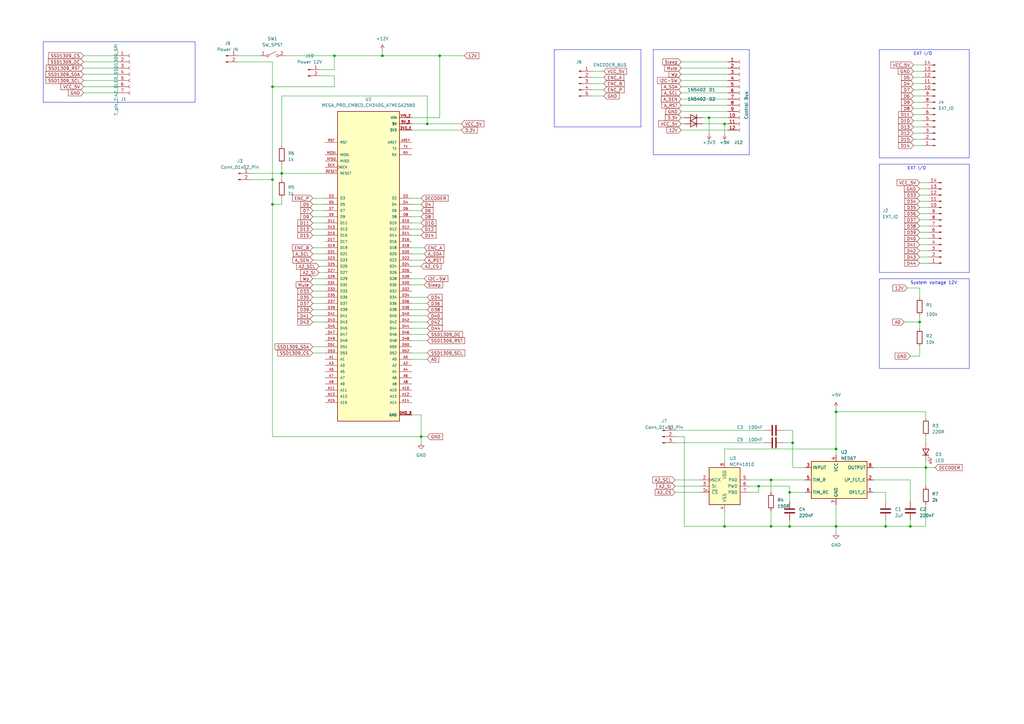
<source format=kicad_sch>
(kicad_sch (version 20230121) (generator eeschema)
  (paper "A3")
  (lib_symbols
    (symbol "+5V_1" (power) (pin_names (offset 0))
      (property "Value" "+5V_1" (at 0 3.556 0))
      (symbol "+5V_1_1_1"
        (pin power_in line (at 0 0 90) (length 0) hide (name "+5V") (number "1"))
      )
    )
    (symbol "Connector:Conn_01x02_Male" (pin_names (offset 1.016) hide)
      (property "Reference" "J" (at 0 2.54 0))
      (property "Value" "Conn_01x02_Male" (at 0 -5.08 0))
      (symbol "Conn_01x02_Male_1_1"
        (pin passive line (at 5.08 0 180) (length 3.81) (name "Pin_1") (number "1"))
        (pin passive line (at 5.08 -2.54 180) (length 3.81) (name "Pin_2") (number "2"))
      )
    )
    (symbol "Connector:Conn_01x02_Pin" (pin_names (offset 1.016) hide)
      (property "Reference" "J" (at 0 2.54 0))
      (property "Value" "Conn_01x02_Pin" (at 0 -5.08 0))
      (symbol "Conn_01x02_Pin_1_1"
        (pin passive line (at 5.08 0 180) (length 3.81) (name "Pin_1") (number "1"))
        (pin passive line (at 5.08 -2.54 180) (length 3.81) (name "Pin_2") (number "2"))
      )
    )
    (symbol "Connector:Conn_01x03_Pin" (pin_names (offset 1.016) hide)
      (property "Reference" "J" (at 0 5.08 0))
      (property "Value" "Conn_01x03_Pin" (at 0 -5.08 0))
      (symbol "Conn_01x03_Pin_1_1"
        (pin passive line (at 5.08 2.54 180) (length 3.81) (name "Pin_1") (number "1"))
        (pin passive line (at 5.08 0 180) (length 3.81) (name "Pin_2") (number "2"))
        (pin passive line (at 5.08 -2.54 180) (length 3.81) (name "Pin_3") (number "3"))
      )
    )
    (symbol "Connector:Conn_01x05_Male" (pin_names (offset 1.016) hide)
      (property "Reference" "J" (at 0 7.62 0))
      (property "Value" "Conn_01x05_Male" (at 0 -7.62 0))
      (symbol "Conn_01x05_Male_1_1"
        (pin passive line (at 5.08 5.08 180) (length 3.81) (name "Pin_1") (number "1"))
        (pin passive line (at 5.08 2.54 180) (length 3.81) (name "Pin_2") (number "2"))
        (pin passive line (at 5.08 0 180) (length 3.81) (name "Pin_3") (number "3"))
        (pin passive line (at 5.08 -2.54 180) (length 3.81) (name "Pin_4") (number "4"))
        (pin passive line (at 5.08 -5.08 180) (length 3.81) (name "Pin_5") (number "5"))
      )
    )
    (symbol "Connector:Conn_01x07_Female" (pin_names (offset 1.016) hide)
      (property "Reference" "J" (at 0 10.16 0))
      (property "Value" "Conn_01x07_Female" (at 0 -10.16 0))
      (symbol "Conn_01x07_Female_1_1"
        (pin passive line (at -5.08 7.62 0) (length 3.81) (name "Pin_1") (number "1"))
        (pin passive line (at -5.08 5.08 0) (length 3.81) (name "Pin_2") (number "2"))
        (pin passive line (at -5.08 2.54 0) (length 3.81) (name "Pin_3") (number "3"))
        (pin passive line (at -5.08 0 0) (length 3.81) (name "Pin_4") (number "4"))
        (pin passive line (at -5.08 -2.54 0) (length 3.81) (name "Pin_5") (number "5"))
        (pin passive line (at -5.08 -5.08 0) (length 3.81) (name "Pin_6") (number "6"))
        (pin passive line (at -5.08 -7.62 0) (length 3.81) (name "Pin_7") (number "7"))
      )
    )
    (symbol "Connector:Conn_01x12_Female" (pin_names (offset 1.016) hide)
      (property "Reference" "J" (at 0 15.24 0))
      (property "Value" "Conn_01x12_Female" (at 0 -17.78 0))
      (symbol "Conn_01x12_Female_1_1"
        (pin passive line (at -5.08 12.7 0) (length 3.81) (name "Pin_1") (number "1"))
        (pin passive line (at -5.08 -10.16 0) (length 3.81) (name "Pin_10") (number "10"))
        (pin passive line (at -5.08 -12.7 0) (length 3.81) (name "Pin_11") (number "11"))
        (pin passive line (at -5.08 -15.24 0) (length 3.81) (name "Pin_12") (number "12"))
        (pin passive line (at -5.08 10.16 0) (length 3.81) (name "Pin_2") (number "2"))
        (pin passive line (at -5.08 7.62 0) (length 3.81) (name "Pin_3") (number "3"))
        (pin passive line (at -5.08 5.08 0) (length 3.81) (name "Pin_4") (number "4"))
        (pin passive line (at -5.08 2.54 0) (length 3.81) (name "Pin_5") (number "5"))
        (pin passive line (at -5.08 0 0) (length 3.81) (name "Pin_6") (number "6"))
        (pin passive line (at -5.08 -2.54 0) (length 3.81) (name "Pin_7") (number "7"))
        (pin passive line (at -5.08 -5.08 0) (length 3.81) (name "Pin_8") (number "8"))
        (pin passive line (at -5.08 -7.62 0) (length 3.81) (name "Pin_9") (number "9"))
      )
    )
    (symbol "Connector:Conn_01x14_Male" (pin_names (offset 1.016) hide)
      (property "Reference" "J" (at 0 17.78 0))
      (property "Value" "Conn_01x14_Male" (at 0 -20.32 0))
      (symbol "Conn_01x14_Male_1_1"
        (pin passive line (at 5.08 15.24 180) (length 3.81) (name "Pin_1") (number "1"))
        (pin passive line (at 5.08 -7.62 180) (length 3.81) (name "Pin_10") (number "10"))
        (pin passive line (at 5.08 -10.16 180) (length 3.81) (name "Pin_11") (number "11"))
        (pin passive line (at 5.08 -12.7 180) (length 3.81) (name "Pin_12") (number "12"))
        (pin passive line (at 5.08 -15.24 180) (length 3.81) (name "Pin_13") (number "13"))
        (pin passive line (at 5.08 -17.78 180) (length 3.81) (name "Pin_14") (number "14"))
        (pin passive line (at 5.08 12.7 180) (length 3.81) (name "Pin_2") (number "2"))
        (pin passive line (at 5.08 10.16 180) (length 3.81) (name "Pin_3") (number "3"))
        (pin passive line (at 5.08 7.62 180) (length 3.81) (name "Pin_4") (number "4"))
        (pin passive line (at 5.08 5.08 180) (length 3.81) (name "Pin_5") (number "5"))
        (pin passive line (at 5.08 2.54 180) (length 3.81) (name "Pin_6") (number "6"))
        (pin passive line (at 5.08 0 180) (length 3.81) (name "Pin_7") (number "7"))
        (pin passive line (at 5.08 -2.54 180) (length 3.81) (name "Pin_8") (number "8"))
        (pin passive line (at 5.08 -5.08 180) (length 3.81) (name "Pin_9") (number "9"))
      )
    )
    (symbol "Device:C" (pin_numbers hide) (pin_names (offset 0.254))
      (property "Reference" "C" (at 0.635 2.54 0))
      (property "Value" "C" (at 0.635 -2.54 0))
      (symbol "C_1_1"
        (pin passive line (at 0 3.81 270) (length 2.794) (name "~") (number "1"))
        (pin passive line (at 0 -3.81 90) (length 2.794) (name "~") (number "2"))
      )
    )
    (symbol "Device:LED" (pin_numbers hide) (pin_names (offset 1.016) hide)
      (property "Reference" "D" (at 0 2.54 0))
      (property "Value" "LED" (at 0 -2.54 0))
      (symbol "LED_1_1"
        (pin passive line (at -3.81 0 0) (length 2.54) (name "K") (number "1"))
        (pin passive line (at 3.81 0 180) (length 2.54) (name "A") (number "2"))
      )
    )
    (symbol "Device:R" (pin_numbers hide) (pin_names (offset 0))
      (property "Reference" "R" (at 2.032 0 90))
      (property "Value" "R" (at 0 0 90))
      (symbol "R_1_1"
        (pin passive line (at 0 3.81 270) (length 1.27) (name "~") (number "1"))
        (pin passive line (at 0 -3.81 90) (length 1.27) (name "~") (number "2"))
      )
    )
    (symbol "Diode:1N5402" (pin_numbers hide) (pin_names hide)
      (property "Reference" "D" (at 0 2.54 0))
      (property "Value" "1N5402" (at 0 -2.54 0))
      (symbol "1N5402_1_1"
        (pin passive line (at -3.81 0 0) (length 2.54) (name "K") (number "1"))
        (pin passive line (at 3.81 0 180) (length 2.54) (name "A") (number "2"))
      )
    )
    (symbol "MEGA2560:MEGA_PRO_EMBED_CH340G_ATMEGA2560" (pin_names (offset 1.016))
      (property "Reference" "U" (at -12.7 63.5 0))
      (property "Value" "MEGA_PRO_EMBED_CH340G_{slash}_ATMEGA2560" (at -12.7 -66.04 0))
      (symbol "MEGA_PRO_EMBED_CH340G_ATMEGA2560_0_0"
        (pin power_in line (at 17.78 55.88 180) (length 5.08) (name "3V3") (number "3V3_1"))
        (pin power_in line (at 17.78 55.88 180) (length 5.08) (name "3V3") (number "3V3_2"))
        (pin power_in line (at 17.78 58.42 180) (length 5.08) (name "5V") (number "5V_1"))
        (pin power_in line (at 17.78 58.42 180) (length 5.08) (name "5V") (number "5V_2"))
        (pin power_in line (at 17.78 58.42 180) (length 5.08) (name "5V") (number "5V_3"))
        (pin bidirectional line (at 17.78 -38.1 180) (length 5.08) (name "A0") (number "A0"))
        (pin bidirectional line (at -17.78 -38.1 0) (length 5.08) (name "A1") (number "A1"))
        (pin bidirectional line (at 17.78 -50.8 180) (length 5.08) (name "A10") (number "A10"))
        (pin bidirectional line (at -17.78 -50.8 0) (length 5.08) (name "A11") (number "A11"))
        (pin bidirectional line (at 17.78 -53.34 180) (length 5.08) (name "A12") (number "A12"))
        (pin bidirectional line (at -17.78 -53.34 0) (length 5.08) (name "A13") (number "A13"))
        (pin bidirectional line (at 17.78 -55.88 180) (length 5.08) (name "A14") (number "A14"))
        (pin bidirectional line (at -17.78 -55.88 0) (length 5.08) (name "A15") (number "A15"))
        (pin bidirectional line (at 17.78 -40.64 180) (length 5.08) (name "A2") (number "A2"))
        (pin bidirectional line (at -17.78 -40.64 0) (length 5.08) (name "A3") (number "A3"))
        (pin bidirectional line (at 17.78 -43.18 180) (length 5.08) (name "A4") (number "A4"))
        (pin bidirectional line (at -17.78 -43.18 0) (length 5.08) (name "A5") (number "A5"))
        (pin bidirectional line (at 17.78 -45.72 180) (length 5.08) (name "A6") (number "A6"))
        (pin bidirectional line (at -17.78 -45.72 0) (length 5.08) (name "A7") (number "A7"))
        (pin bidirectional line (at 17.78 -48.26 180) (length 5.08) (name "A8") (number "A8"))
        (pin bidirectional line (at -17.78 -48.26 0) (length 5.08) (name "A9") (number "A9"))
        (pin bidirectional line (at 17.78 50.8 180) (length 5.08) (name "AREF") (number "AREF"))
        (pin bidirectional line (at 17.78 17.78 180) (length 5.08) (name "D10") (number "D10"))
        (pin bidirectional line (at -17.78 17.78 0) (length 5.08) (name "D11") (number "D11"))
        (pin bidirectional line (at 17.78 15.24 180) (length 5.08) (name "D12") (number "D12"))
        (pin bidirectional line (at -17.78 15.24 0) (length 5.08) (name "D13") (number "D13"))
        (pin bidirectional line (at 17.78 12.7 180) (length 5.08) (name "D14") (number "D14"))
        (pin bidirectional line (at -17.78 12.7 0) (length 5.08) (name "D15") (number "D15"))
        (pin bidirectional line (at 17.78 10.16 180) (length 5.08) (name "D16") (number "D16"))
        (pin bidirectional line (at -17.78 10.16 0) (length 5.08) (name "D17") (number "D17"))
        (pin bidirectional line (at 17.78 7.62 180) (length 5.08) (name "D18") (number "D18"))
        (pin bidirectional line (at -17.78 7.62 0) (length 5.08) (name "D19") (number "D19"))
        (pin bidirectional line (at 17.78 27.94 180) (length 5.08) (name "D2") (number "D2"))
        (pin bidirectional line (at 17.78 5.08 180) (length 5.08) (name "D20") (number "D20"))
        (pin bidirectional line (at -17.78 5.08 0) (length 5.08) (name "D21") (number "D21"))
        (pin bidirectional line (at 17.78 2.54 180) (length 5.08) (name "D22") (number "D22"))
        (pin bidirectional line (at -17.78 2.54 0) (length 5.08) (name "D23") (number "D23"))
        (pin bidirectional line (at 17.78 0 180) (length 5.08) (name "D24") (number "D24"))
        (pin bidirectional line (at -17.78 0 0) (length 5.08) (name "D25") (number "D25"))
        (pin bidirectional line (at 17.78 -2.54 180) (length 5.08) (name "D26") (number "D26"))
        (pin bidirectional line (at -17.78 -2.54 0) (length 5.08) (name "D27") (number "D27"))
        (pin bidirectional line (at 17.78 -5.08 180) (length 5.08) (name "D28") (number "D28"))
        (pin bidirectional line (at -17.78 -5.08 0) (length 5.08) (name "D29") (number "D29"))
        (pin bidirectional line (at -17.78 27.94 0) (length 5.08) (name "D3") (number "D3"))
        (pin bidirectional line (at 17.78 -7.62 180) (length 5.08) (name "D30") (number "D30"))
        (pin bidirectional line (at -17.78 -7.62 0) (length 5.08) (name "D31") (number "D31"))
        (pin bidirectional line (at 17.78 -10.16 180) (length 5.08) (name "D32") (number "D32"))
        (pin bidirectional line (at -17.78 -10.16 0) (length 5.08) (name "D33") (number "D33"))
        (pin bidirectional line (at 17.78 -12.7 180) (length 5.08) (name "D34") (number "D34"))
        (pin bidirectional line (at -17.78 -12.7 0) (length 5.08) (name "D35") (number "D35"))
        (pin bidirectional line (at 17.78 -15.24 180) (length 5.08) (name "D36") (number "D36"))
        (pin bidirectional line (at -17.78 -15.24 0) (length 5.08) (name "D37") (number "D37"))
        (pin bidirectional line (at 17.78 -17.78 180) (length 5.08) (name "D38") (number "D38"))
        (pin bidirectional line (at -17.78 -17.78 0) (length 5.08) (name "D39") (number "D39"))
        (pin bidirectional line (at 17.78 25.4 180) (length 5.08) (name "D4") (number "D4"))
        (pin bidirectional line (at 17.78 -20.32 180) (length 5.08) (name "D40") (number "D40"))
        (pin bidirectional line (at -17.78 -20.32 0) (length 5.08) (name "D41") (number "D41"))
        (pin bidirectional line (at 17.78 -22.86 180) (length 5.08) (name "D42") (number "D42"))
        (pin bidirectional line (at -17.78 -22.86 0) (length 5.08) (name "D43") (number "D43"))
        (pin bidirectional line (at 17.78 -25.4 180) (length 5.08) (name "D44") (number "D44"))
        (pin bidirectional line (at -17.78 -25.4 0) (length 5.08) (name "D45") (number "D45"))
        (pin bidirectional line (at 17.78 -27.94 180) (length 5.08) (name "D46") (number "D46"))
        (pin bidirectional line (at -17.78 -27.94 0) (length 5.08) (name "D47") (number "D47"))
        (pin bidirectional line (at 17.78 -30.48 180) (length 5.08) (name "D48") (number "D48"))
        (pin bidirectional line (at -17.78 -30.48 0) (length 5.08) (name "D49") (number "D49"))
        (pin bidirectional line (at -17.78 25.4 0) (length 5.08) (name "D5") (number "D5"))
        (pin bidirectional line (at 17.78 -33.02 180) (length 5.08) (name "D50") (number "D50"))
        (pin bidirectional line (at -17.78 -33.02 0) (length 5.08) (name "D51") (number "D51"))
        (pin bidirectional line (at 17.78 -35.56 180) (length 5.08) (name "D52") (number "D52"))
        (pin bidirectional line (at -17.78 -35.56 0) (length 5.08) (name "D53") (number "D53"))
        (pin bidirectional line (at 17.78 22.86 180) (length 5.08) (name "D6") (number "D6"))
        (pin bidirectional line (at -17.78 22.86 0) (length 5.08) (name "D7") (number "D7"))
        (pin bidirectional line (at 17.78 20.32 180) (length 5.08) (name "D8") (number "D8"))
        (pin bidirectional line (at -17.78 20.32 0) (length 5.08) (name "D9") (number "D9"))
        (pin power_in line (at 17.78 -60.96 180) (length 5.08) (name "GND") (number "GND_1"))
        (pin power_in line (at 17.78 -60.96 180) (length 5.08) (name "GND") (number "GND_2"))
        (pin power_in line (at 17.78 -60.96 180) (length 5.08) (name "GND") (number "GND_3"))
        (pin bidirectional line (at -17.78 43.18 0) (length 5.08) (name "MISO") (number "MISO"))
        (pin bidirectional line (at -17.78 45.72 0) (length 5.08) (name "MOSI") (number "MOSI"))
        (pin input line (at -17.78 38.1 0) (length 5.08) (name "RESET") (number "RESET"))
        (pin input line (at -17.78 50.8 0) (length 5.08) (name "RST") (number "RST"))
        (pin input line (at 17.78 45.72 180) (length 5.08) (name "RX") (number "RX"))
        (pin bidirectional clock (at -17.78 40.64 0) (length 5.08) (name "SCK") (number "SCK"))
        (pin output line (at 17.78 48.26 180) (length 5.08) (name "TX") (number "TX"))
        (pin power_in line (at 17.78 60.96 180) (length 5.08) (name "VIN") (number "VIN_1"))
        (pin power_in line (at 17.78 60.96 180) (length 5.08) (name "VIN") (number "VIN_2"))
      )
    )
    (symbol "Potentiometer_Digital:MCP41010" (pin_names (offset 1.016))
      (property "Reference" "U" (at -6.35 8.89 0))
      (property "Value" "MCP41010" (at 1.27 8.89 0))
      (symbol "MCP41010_1_1"
        (pin input input_low (at -10.16 -2.54 0) (length 3.81) (name "~{CS}") (number "1"))
        (pin passive clock (at -10.16 2.54 0) (length 3.81) (name "SCK") (number "2"))
        (pin input line (at -10.16 0 0) (length 3.81) (name "SI") (number "3"))
        (pin power_in line (at 0 -10.16 90) (length 2.54) (name "VSS") (number "4"))
        (pin passive line (at 10.16 2.54 180) (length 3.81) (name "PA0") (number "5"))
        (pin passive line (at 10.16 0 180) (length 3.81) (name "PW0") (number "6"))
        (pin passive line (at 10.16 -2.54 180) (length 3.81) (name "PB0") (number "7"))
        (pin power_in line (at 0 10.16 270) (length 2.54) (name "VDD") (number "8"))
      )
    )
    (symbol "Switch:SW_SPST" (pin_names (offset 0) hide)
      (property "Reference" "SW" (at 0 3.175 0))
      (property "Value" "SW_SPST" (at 0 -2.54 0))
      (symbol "SW_SPST_1_1"
        (pin passive line (at -5.08 0 0) (length 2.54) (name "A") (number "1"))
        (pin passive line (at 5.08 0 180) (length 2.54) (name "B") (number "2"))
      )
    )
    (symbol "Timer:NE567"
      (property "Reference" "U" (at -2.54 10.795 0))
      (property "Value" "NE567" (at -2.54 8.89 0))
      (symbol "NE567_1_1"
        (pin output line (at 15.24 -5.08 180) (length 2.54) (name "OFLT_C") (number "1"))
        (pin output line (at 15.24 0 180) (length 2.54) (name "LP_FLT_C") (number "2"))
        (pin input line (at -12.7 5.08 0) (length 2.54) (name "INPUT") (number "3"))
        (pin power_in line (at 0 10.16 270) (length 2.54) (name "VCC") (number "4"))
        (pin input line (at -12.7 0 0) (length 2.54) (name "TIM_R") (number "5"))
        (pin input line (at -12.7 -5.08 0) (length 2.54) (name "TIM_RC") (number "6"))
        (pin power_in line (at 0 -10.16 90) (length 2.54) (name "GND") (number "7"))
        (pin output line (at 15.24 5.08 180) (length 2.54) (name "OUTPUT") (number "8"))
      )
    )
    (symbol "power:+12V" (power) (pin_names (offset 0))
      (property "Value" "+12V" (at 0 3.556 0))
      (symbol "+12V_1_1"
        (pin power_in line (at 0 0 90) (length 0) hide (name "+12V") (number "1"))
      )
    )
    (symbol "power:+3.3V" (power) (pin_names (offset 0))
      (property "Value" "+3.3V" (at 0 3.556 0))
      (symbol "+3.3V_1_1"
        (pin power_in line (at 0 0 90) (length 0) hide (name "+3V3") (number "1"))
      )
    )
    (symbol "power:+5V" (power) (pin_names (offset 0))
      (property "Value" "+5V" (at 0 3.556 0))
      (symbol "+5V_1_1"
        (pin power_in line (at 0 0 90) (length 0) hide (name "+5V") (number "1"))
      )
    )
    (symbol "power:GND" (power) (pin_names (offset 0))
      (property "Value" "GND" (at 0 -3.81 0))
      (symbol "GND_1_1"
        (pin power_in line (at 0 0 270) (length 0) hide (name "GND") (number "1"))
      )
    )
  )
  (junction (at 180.34 22.86))
  (junction (at 342.9 168.91))
  (junction (at 297.18 50.8))
  (junction (at 373.38 215.9))
  (junction (at 172.72 179.07))
  (junction (at 342.9 184.15))
  (junction (at 111.76 73.66))
  (junction (at 111.76 83.82))
  (junction (at 115.57 71.12))
  (junction (at 316.23 196.85))
  (junction (at 111.76 35.56))
  (junction (at 316.23 215.9))
  (junction (at 290.83 48.26))
  (junction (at 137.16 22.86))
  (junction (at 363.22 215.9))
  (junction (at 379.73 191.77))
  (junction (at 342.9 215.9))
  (junction (at 323.85 201.93))
  (junction (at 325.12 181.61))
  (junction (at 297.18 215.9))
  (junction (at 156.845 22.86))
  (junction (at 311.15 199.39))
  (junction (at 377.19 132.08))
  (junction (at 323.85 215.9))
  (junction (at 175.26 50.8))
  (wire (pts (xy 298.45 48.26) (xy 290.83 48.26)))
  (wire (pts (xy 342.9 215.9) (xy 342.9 218.44)))
  (wire (pts (xy 128.27 88.9) (xy 133.35 88.9)))
  (polyline (pts (xy 360.68 67.31) (xy 397.51 67.31)))
  (wire (pts (xy 342.9 167.64) (xy 342.9 168.91)))
  (wire (pts (xy 374.65 49.53) (xy 378.46 49.53)))
  (wire (pts (xy 168.91 50.8) (xy 175.26 50.8)))
  (polyline (pts (xy 307.34 63.5) (xy 267.97 63.5)))
  (wire (pts (xy 342.9 168.91) (xy 379.73 168.91)))
  (wire (pts (xy 330.2 196.85) (xy 316.23 196.85)))
  (polyline (pts (xy 397.51 111.76) (xy 397.51 67.31)))
  (wire (pts (xy 297.18 50.8) (xy 288.29 50.8)))
  (wire (pts (xy 381 102.87) (xy 377.19 102.87)))
  (wire (pts (xy 115.57 39.37) (xy 115.57 59.69)))
  (wire (pts (xy 379.73 207.01) (xy 379.73 215.9)))
  (polyline (pts (xy 267.97 20.32) (xy 267.97 63.5)))
  (wire (pts (xy 374.65 41.91) (xy 378.46 41.91)))
  (polyline (pts (xy 227.33 20.32) (xy 262.89 20.32)))
  (wire (pts (xy 290.83 54.61) (xy 290.83 48.26)))
  (wire (pts (xy 342.9 207.01) (xy 342.9 215.9)))
  (wire (pts (xy 34.29 22.86) (xy 48.26 22.86)))
  (wire (pts (xy 373.38 196.85) (xy 373.38 205.74)))
  (wire (pts (xy 374.65 46.99) (xy 378.46 46.99)))
  (wire (pts (xy 168.91 139.7) (xy 175.26 139.7)))
  (wire (pts (xy 381 80.01) (xy 377.19 80.01)))
  (wire (pts (xy 128.27 116.84) (xy 133.35 116.84)))
  (wire (pts (xy 325.12 176.53) (xy 325.12 181.61)))
  (polyline (pts (xy 267.97 20.32) (xy 307.34 20.32)))
  (wire (pts (xy 276.86 199.39) (xy 287.02 199.39)))
  (wire (pts (xy 172.72 179.07) (xy 175.26 179.07)))
  (wire (pts (xy 377.19 132.08) (xy 377.19 134.62)))
  (wire (pts (xy 373.38 146.05) (xy 377.19 146.05)))
  (wire (pts (xy 128.27 124.46) (xy 133.35 124.46)))
  (wire (pts (xy 374.65 44.45) (xy 378.46 44.45)))
  (polyline (pts (xy 360.68 20.32) (xy 360.68 64.77)))
  (wire (pts (xy 168.91 53.34) (xy 189.23 53.34)))
  (wire (pts (xy 363.22 215.9) (xy 363.22 213.36)))
  (wire (pts (xy 311.15 199.39) (xy 323.85 199.39)))
  (wire (pts (xy 381 90.17) (xy 377.19 90.17)))
  (wire (pts (xy 34.29 30.48) (xy 48.26 30.48)))
  (wire (pts (xy 374.65 34.29) (xy 378.46 34.29)))
  (wire (pts (xy 102.87 71.12) (xy 115.57 71.12)))
  (wire (pts (xy 242.57 39.37) (xy 247.65 39.37)))
  (wire (pts (xy 180.34 48.26) (xy 180.34 22.86)))
  (wire (pts (xy 381 100.33) (xy 377.19 100.33)))
  (wire (pts (xy 115.57 71.12) (xy 133.35 71.12)))
  (wire (pts (xy 168.91 104.14) (xy 173.99 104.14)))
  (wire (pts (xy 276.86 201.93) (xy 287.02 201.93)))
  (wire (pts (xy 298.45 40.64) (xy 279.4 40.64)))
  (wire (pts (xy 325.12 181.61) (xy 325.12 191.77)))
  (polyline (pts (xy 80.01 41.91) (xy 80.01 17.145)))
  (wire (pts (xy 379.73 179.07) (xy 379.73 181.61)))
  (wire (pts (xy 128.27 142.24) (xy 133.35 142.24)))
  (polyline (pts (xy 262.89 20.32) (xy 262.89 52.07)))
  (wire (pts (xy 358.14 196.85) (xy 373.38 196.85)))
  (wire (pts (xy 342.9 168.91) (xy 342.9 184.15)))
  (wire (pts (xy 381 92.71) (xy 377.19 92.71)))
  (wire (pts (xy 298.45 45.72) (xy 279.4 45.72)))
  (wire (pts (xy 323.85 201.93) (xy 330.2 201.93)))
  (wire (pts (xy 128.27 91.44) (xy 133.35 91.44)))
  (wire (pts (xy 115.57 81.28) (xy 115.57 83.82)))
  (wire (pts (xy 137.16 28.575) (xy 137.16 22.86)))
  (wire (pts (xy 297.18 209.55) (xy 297.18 215.9)))
  (wire (pts (xy 128.27 144.78) (xy 133.35 144.78)))
  (polyline (pts (xy 360.68 64.77) (xy 397.51 64.77)))
  (wire (pts (xy 128.27 81.28) (xy 133.35 81.28)))
  (wire (pts (xy 97.79 22.86) (xy 106.68 22.86)))
  (wire (pts (xy 168.91 124.46) (xy 175.26 124.46)))
  (wire (pts (xy 168.91 48.26) (xy 180.34 48.26)))
  (wire (pts (xy 128.27 106.68) (xy 133.35 106.68)))
  (wire (pts (xy 363.22 201.93) (xy 363.22 205.74)))
  (wire (pts (xy 111.76 73.66) (xy 111.76 35.56)))
  (wire (pts (xy 168.91 114.3) (xy 173.99 114.3)))
  (wire (pts (xy 156.845 20.955) (xy 156.845 22.86)))
  (wire (pts (xy 34.29 27.94) (xy 48.26 27.94)))
  (wire (pts (xy 379.73 191.77) (xy 379.73 189.23)))
  (wire (pts (xy 381 107.95) (xy 377.19 107.95)))
  (wire (pts (xy 381 85.09) (xy 377.19 85.09)))
  (wire (pts (xy 168.91 86.36) (xy 172.72 86.36)))
  (wire (pts (xy 379.73 168.91) (xy 379.73 171.45)))
  (wire (pts (xy 381 97.79) (xy 377.19 97.79)))
  (wire (pts (xy 131.445 31.115) (xy 137.16 31.115)))
  (wire (pts (xy 297.18 215.9) (xy 316.23 215.9)))
  (wire (pts (xy 128.27 114.3) (xy 133.35 114.3)))
  (polyline (pts (xy 17.78 17.145) (xy 17.78 41.91)))
  (wire (pts (xy 102.87 73.66) (xy 111.76 73.66)))
  (wire (pts (xy 168.91 101.6) (xy 173.99 101.6)))
  (wire (pts (xy 128.27 121.92) (xy 133.35 121.92)))
  (wire (pts (xy 128.27 127) (xy 133.35 127)))
  (wire (pts (xy 316.23 215.9) (xy 316.23 209.55)))
  (wire (pts (xy 342.9 184.15) (xy 342.9 186.69)))
  (wire (pts (xy 276.86 196.85) (xy 287.02 196.85)))
  (wire (pts (xy 316.23 196.85) (xy 316.23 201.93)))
  (wire (pts (xy 168.91 137.16) (xy 175.26 137.16)))
  (wire (pts (xy 297.18 184.15) (xy 342.9 184.15)))
  (wire (pts (xy 316.23 215.9) (xy 323.85 215.9)))
  (wire (pts (xy 290.83 48.26) (xy 288.29 48.26)))
  (wire (pts (xy 311.15 199.39) (xy 311.15 201.93)))
  (wire (pts (xy 377.19 74.93) (xy 381 74.93)))
  (wire (pts (xy 34.29 25.4) (xy 48.26 25.4)))
  (wire (pts (xy 279.4 25.4) (xy 298.45 25.4)))
  (wire (pts (xy 323.85 201.93) (xy 323.85 199.39)))
  (wire (pts (xy 128.27 93.98) (xy 133.35 93.98)))
  (wire (pts (xy 298.45 43.18) (xy 279.4 43.18)))
  (wire (pts (xy 168.91 93.98) (xy 172.72 93.98)))
  (wire (pts (xy 298.45 53.34) (xy 279.4 53.34)))
  (polyline (pts (xy 360.68 111.76) (xy 397.51 111.76)))
  (wire (pts (xy 168.91 170.18) (xy 172.72 170.18)))
  (wire (pts (xy 374.65 36.83) (xy 378.46 36.83)))
  (wire (pts (xy 168.91 116.84) (xy 173.99 116.84)))
  (wire (pts (xy 276.86 176.53) (xy 313.69 176.53)))
  (wire (pts (xy 311.15 201.93) (xy 307.34 201.93)))
  (wire (pts (xy 323.85 205.74) (xy 323.85 201.93)))
  (wire (pts (xy 342.9 215.9) (xy 363.22 215.9)))
  (wire (pts (xy 370.84 132.08) (xy 377.19 132.08)))
  (wire (pts (xy 381 105.41) (xy 377.19 105.41)))
  (polyline (pts (xy 262.89 52.07) (xy 227.33 52.07)))
  (polyline (pts (xy 227.33 20.32) (xy 227.33 52.07)))
  (wire (pts (xy 374.65 31.75) (xy 378.46 31.75)))
  (wire (pts (xy 168.91 96.52) (xy 172.72 96.52)))
  (wire (pts (xy 130.81 109.22) (xy 133.35 109.22)))
  (polyline (pts (xy 360.68 20.32) (xy 397.51 20.32)))
  (wire (pts (xy 280.67 48.26) (xy 279.4 48.26)))
  (wire (pts (xy 168.91 88.9) (xy 172.72 88.9)))
  (wire (pts (xy 321.31 181.61) (xy 325.12 181.61)))
  (wire (pts (xy 242.57 31.75) (xy 247.65 31.75)))
  (wire (pts (xy 34.29 35.56) (xy 48.26 35.56)))
  (wire (pts (xy 374.65 59.69) (xy 378.46 59.69)))
  (wire (pts (xy 298.45 30.48) (xy 279.4 30.48)))
  (wire (pts (xy 381 82.55) (xy 377.19 82.55)))
  (wire (pts (xy 175.26 50.8) (xy 175.26 39.37)))
  (wire (pts (xy 379.73 215.9) (xy 373.38 215.9)))
  (wire (pts (xy 168.91 83.82) (xy 172.72 83.82)))
  (wire (pts (xy 321.31 176.53) (xy 325.12 176.53)))
  (wire (pts (xy 137.16 22.86) (xy 156.845 22.86)))
  (wire (pts (xy 128.27 83.82) (xy 133.35 83.82)))
  (wire (pts (xy 168.91 106.68) (xy 173.99 106.68)))
  (wire (pts (xy 168.91 81.28) (xy 172.72 81.28)))
  (wire (pts (xy 379.73 191.77) (xy 383.54 191.77)))
  (wire (pts (xy 137.16 31.115) (xy 137.16 35.56)))
  (wire (pts (xy 168.91 134.62) (xy 175.26 134.62)))
  (wire (pts (xy 379.73 191.77) (xy 379.73 199.39)))
  (wire (pts (xy 280.67 179.07) (xy 280.67 215.9)))
  (wire (pts (xy 128.27 96.52) (xy 133.35 96.52)))
  (wire (pts (xy 372.11 118.11) (xy 377.19 118.11)))
  (wire (pts (xy 128.27 86.36) (xy 133.35 86.36)))
  (wire (pts (xy 168.91 129.54) (xy 175.26 129.54)))
  (wire (pts (xy 242.57 34.29) (xy 247.65 34.29)))
  (wire (pts (xy 377.19 129.54) (xy 377.19 132.08)))
  (wire (pts (xy 168.91 144.78) (xy 175.26 144.78)))
  (wire (pts (xy 297.18 54.61) (xy 297.18 50.8)))
  (wire (pts (xy 377.19 118.11) (xy 377.19 121.92)))
  (wire (pts (xy 325.12 191.77) (xy 330.2 191.77)))
  (polyline (pts (xy 17.78 41.91) (xy 80.01 41.91)))
  (polyline (pts (xy 17.78 41.91) (xy 17.78 41.91)))
  (wire (pts (xy 276.86 181.61) (xy 313.69 181.61)))
  (wire (pts (xy 374.65 52.07) (xy 378.46 52.07)))
  (wire (pts (xy 373.38 215.9) (xy 363.22 215.9)))
  (wire (pts (xy 373.38 213.36) (xy 373.38 215.9)))
  (wire (pts (xy 298.45 38.1) (xy 279.4 38.1)))
  (wire (pts (xy 111.76 25.4) (xy 111.76 35.56)))
  (wire (pts (xy 115.57 71.12) (xy 115.57 73.66)))
  (wire (pts (xy 175.26 39.37) (xy 115.57 39.37)))
  (wire (pts (xy 316.23 196.85) (xy 307.34 196.85)))
  (wire (pts (xy 276.86 179.07) (xy 280.67 179.07)))
  (polyline (pts (xy 307.34 20.32) (xy 307.34 63.5)))
  (wire (pts (xy 280.67 215.9) (xy 297.18 215.9)))
  (wire (pts (xy 374.65 39.37) (xy 378.46 39.37)))
  (wire (pts (xy 298.45 35.56) (xy 279.4 35.56)))
  (wire (pts (xy 342.9 215.9) (xy 323.85 215.9)))
  (wire (pts (xy 374.65 57.15) (xy 378.46 57.15)))
  (polyline (pts (xy 360.68 67.31) (xy 360.68 111.76)))
  (polyline (pts (xy 397.51 64.77) (xy 397.51 20.32)))
  (wire (pts (xy 156.845 22.86) (xy 180.34 22.86)))
  (wire (pts (xy 298.45 33.02) (xy 279.4 33.02)))
  (polyline (pts (xy 80.01 17.145) (xy 17.78 17.145)))
  (wire (pts (xy 172.72 170.18) (xy 172.72 179.07)))
  (wire (pts (xy 128.27 119.38) (xy 133.35 119.38)))
  (wire (pts (xy 307.34 199.39) (xy 311.15 199.39)))
  (wire (pts (xy 111.76 25.4) (xy 97.79 25.4)))
  (wire (pts (xy 358.14 191.77) (xy 379.73 191.77)))
  (wire (pts (xy 115.57 67.31) (xy 115.57 71.12)))
  (wire (pts (xy 128.27 129.54) (xy 133.35 129.54)))
  (wire (pts (xy 374.65 29.21) (xy 378.46 29.21)))
  (wire (pts (xy 377.19 77.47) (xy 381 77.47)))
  (wire (pts (xy 280.67 50.8) (xy 279.4 50.8)))
  (wire (pts (xy 111.76 179.07) (xy 172.72 179.07)))
  (wire (pts (xy 168.91 91.44) (xy 172.72 91.44)))
  (wire (pts (xy 377.19 87.63) (xy 381 87.63)))
  (wire (pts (xy 297.18 184.15) (xy 297.18 189.23)))
  (wire (pts (xy 116.84 22.86) (xy 137.16 22.86)))
  (wire (pts (xy 128.27 132.08) (xy 133.35 132.08)))
  (wire (pts (xy 323.85 215.9) (xy 323.85 213.36)))
  (wire (pts (xy 168.91 147.32) (xy 175.26 147.32)))
  (wire (pts (xy 168.91 127) (xy 175.26 127)))
  (wire (pts (xy 111.76 83.82) (xy 111.76 73.66)))
  (wire (pts (xy 130.81 111.76) (xy 133.35 111.76)))
  (wire (pts (xy 111.76 179.07) (xy 111.76 83.82)))
  (wire (pts (xy 298.45 27.94) (xy 279.4 27.94)))
  (wire (pts (xy 34.29 33.02) (xy 48.26 33.02)))
  (wire (pts (xy 180.34 22.86) (xy 190.5 22.86)))
  (wire (pts (xy 115.57 83.82) (xy 111.76 83.82)))
  (wire (pts (xy 131.445 28.575) (xy 137.16 28.575)))
  (wire (pts (xy 374.65 26.67) (xy 378.46 26.67)))
  (wire (pts (xy 242.57 36.83) (xy 247.65 36.83)))
  (wire (pts (xy 298.45 50.8) (xy 297.18 50.8)))
  (wire (pts (xy 168.91 121.92) (xy 175.26 121.92)))
  (wire (pts (xy 128.27 101.6) (xy 133.35 101.6)))
  (wire (pts (xy 377.19 142.24) (xy 377.19 146.05)))
  (wire (pts (xy 168.91 109.22) (xy 172.72 109.22)))
  (wire (pts (xy 128.27 104.14) (xy 133.35 104.14)))
  (wire (pts (xy 381 95.25) (xy 377.19 95.25)))
  (wire (pts (xy 137.16 35.56) (xy 111.76 35.56)))
  (wire (pts (xy 175.26 50.8) (xy 189.23 50.8)))
  (wire (pts (xy 34.29 38.1) (xy 48.26 38.1)))
  (wire (pts (xy 172.72 179.07) (xy 172.72 181.61)))
  (wire (pts (xy 168.91 132.08) (xy 175.26 132.08)))
  (wire (pts (xy 358.14 201.93) (xy 363.22 201.93)))
  (wire (pts (xy 374.65 54.61) (xy 378.46 54.61)))
  (wire (pts (xy 242.57 29.21) (xy 247.65 29.21)))
  (rectangle (start 360.68 114.3) (end 397.51 151.13))
  (text "System voltage 12V" (at 373.38 116.84 0) (effects (font (size 1.27 1.27)) (justify left bottom)))
  (text "EXT I/O" (at 374.65 22.86 0) (effects (font (size 1.27 1.27)) (justify left bottom)))
  (text "EXT I/O" (at 372.11 69.85 0) (effects (font (size 1.27 1.27)) (justify left bottom)))
  (global_label "D38" (shape input) (at 377.19 92.71 180) (property "Intersheetrefs" "${INTERSHEET_REFS}" (effects hide)))
  (global_label "D35" (shape input) (at 377.19 85.09 180) (property "Intersheetrefs" "${INTERSHEET_REFS}" (effects hide)))
  (global_label "12V" (shape input) (at 279.4 53.34 180) (property "Intersheetrefs" "${INTERSHEET_REFS}" (effects hide)))
  (global_label "ENC_A" (shape input) (at 247.65 31.75 0) (property "Intersheetrefs" "${INTERSHEET_REFS}" (effects hide)))
  (global_label "D33" (shape input) (at 128.27 119.38 180) (property "Intersheetrefs" "${INTERSHEET_REFS}" (effects hide)))
  (global_label "D34" (shape input) (at 175.26 121.92 0) (property "Intersheetrefs" "${INTERSHEET_REFS}" (effects hide)))
  (global_label "12V" (shape input) (at 190.5 22.86 0) (property "Intersheetrefs" "${INTERSHEET_REFS}" (effects hide)))
  (global_label "D11" (shape input) (at 128.27 91.44 180) (property "Intersheetrefs" "${INTERSHEET_REFS}" (effects hide)))
  (global_label "D8" (shape input) (at 374.65 44.45 180) (property "Intersheetrefs" "${INTERSHEET_REFS}" (effects hide)))
  (global_label "DECODER" (shape input) (at 172.72 81.28 0) (property "Intersheetrefs" "${INTERSHEET_REFS}" (effects hide)))
  (global_label "VCC_5V" (shape input) (at 247.65 29.21 0) (property "Intersheetrefs" "${INTERSHEET_REFS}" (effects hide)))
  (global_label "A2_SCL" (shape input) (at 276.86 196.85 180) (property "Intersheetrefs" "${INTERSHEET_REFS}" (effects hide)))
  (global_label "SSD1309_SCL" (shape input) (at 175.26 144.78 0) (property "Intersheetrefs" "${INTERSHEET_REFS}" (effects hide)))
  (global_label "A2_CS" (shape input) (at 276.86 201.93 180) (property "Intersheetrefs" "${INTERSHEET_REFS}" (effects hide)))
  (global_label "D41" (shape input) (at 128.27 129.54 180) (property "Intersheetrefs" "${INTERSHEET_REFS}" (effects hide)))
  (global_label "GND" (shape input) (at 247.65 39.37 0) (property "Intersheetrefs" "${INTERSHEET_REFS}" (effects hide)))
  (global_label "D35" (shape input) (at 128.27 121.92 180) (property "Intersheetrefs" "${INTERSHEET_REFS}" (effects hide)))
  (global_label "D39" (shape input) (at 128.27 127 180) (property "Intersheetrefs" "${INTERSHEET_REFS}" (effects hide)))
  (global_label "SSD1309_RST" (shape input) (at 175.26 139.7 0) (property "Intersheetrefs" "${INTERSHEET_REFS}" (effects hide)))
  (global_label "SSD1309_CS" (shape input) (at 128.27 144.78 180) (property "Intersheetrefs" "${INTERSHEET_REFS}" (effects hide)))
  (global_label "GND" (shape input) (at 377.19 77.47 180) (property "Intersheetrefs" "${INTERSHEET_REFS}" (effects hide)))
  (global_label "GND" (shape input) (at 175.26 179.07 0) (property "Intersheetrefs" "${INTERSHEET_REFS}" (effects hide)))
  (global_label "D13" (shape input) (at 128.27 93.98 180) (property "Intersheetrefs" "${INTERSHEET_REFS}" (effects hide)))
  (global_label "GND" (shape input) (at 34.29 38.1 180) (property "Intersheetrefs" "${INTERSHEET_REFS}" (effects hide)))
  (global_label "D7" (shape input) (at 128.27 86.36 180) (property "Intersheetrefs" "${INTERSHEET_REFS}" (effects hide)))
  (global_label "GND" (shape input) (at 374.65 29.21 180) (property "Intersheetrefs" "${INTERSHEET_REFS}" (effects hide)))
  (global_label "D15" (shape input) (at 374.65 57.15 180) (property "Intersheetrefs" "${INTERSHEET_REFS}" (effects hide)))
  (global_label "D4" (shape input) (at 172.72 83.82 0) (property "Intersheetrefs" "${INTERSHEET_REFS}" (effects hide)))
  (global_label "A2_CS" (shape input) (at 172.72 109.22 0) (property "Intersheetrefs" "${INTERSHEET_REFS}" (effects hide)))
  (global_label "D14" (shape input) (at 374.65 59.69 180) (property "Intersheetrefs" "${INTERSHEET_REFS}" (effects hide)))
  (global_label "Mute" (shape input) (at 279.4 27.94 180) (property "Intersheetrefs" "${INTERSHEET_REFS}" (effects hide)))
  (global_label "VCC_5V" (shape input) (at 374.65 26.67 180) (property "Intersheetrefs" "${INTERSHEET_REFS}" (effects hide)))
  (global_label "GND" (shape input) (at 373.38 146.05 180) (property "Intersheetrefs" "${INTERSHEET_REFS}" (effects hide)))
  (global_label "D14" (shape input) (at 172.72 96.52 0) (property "Intersheetrefs" "${INTERSHEET_REFS}" (effects hide)))
  (global_label "VCC_5V" (shape input) (at 377.19 74.93 180) (property "Intersheetrefs" "${INTERSHEET_REFS}" (effects hide)))
  (global_label "D40" (shape input) (at 377.19 97.79 180) (property "Intersheetrefs" "${INTERSHEET_REFS}" (effects hide)))
  (global_label "ENC_P" (shape input) (at 128.27 81.28 180) (property "Intersheetrefs" "${INTERSHEET_REFS}" (effects hide)))
  (global_label "A_SEN" (shape input) (at 279.4 40.64 180) (property "Intersheetrefs" "${INTERSHEET_REFS}" (effects hide)))
  (global_label "D6" (shape input) (at 374.65 39.37 180) (property "Intersheetrefs" "${INTERSHEET_REFS}" (effects hide)))
  (global_label "Mute" (shape input) (at 128.27 116.84 180) (property "Intersheetrefs" "${INTERSHEET_REFS}" (effects hide)))
  (global_label "SSD1309_DC" (shape input) (at 175.26 137.16 0) (property "Intersheetrefs" "${INTERSHEET_REFS}" (effects hide)))
  (global_label "VCC_5V" (shape input) (at 189.23 50.8 0) (property "Intersheetrefs" "${INTERSHEET_REFS}" (effects hide)))
  (global_label "D9" (shape input) (at 128.27 88.9 180) (property "Intersheetrefs" "${INTERSHEET_REFS}" (effects hide)))
  (global_label "A_RST" (shape input) (at 173.99 106.68 0) (property "Intersheetrefs" "${INTERSHEET_REFS}" (effects hide)))
  (global_label "A_SDA" (shape input) (at 173.99 104.14 0) (property "Intersheetrefs" "${INTERSHEET_REFS}" (effects hide)))
  (global_label "D5" (shape input) (at 374.65 31.75 180) (property "Intersheetrefs" "${INTERSHEET_REFS}" (effects hide)))
  (global_label "D38" (shape input) (at 175.26 127 0) (property "Intersheetrefs" "${INTERSHEET_REFS}" (effects hide)))
  (global_label "D12" (shape input) (at 374.65 54.61 180) (property "Intersheetrefs" "${INTERSHEET_REFS}" (effects hide)))
  (global_label "D37" (shape input) (at 377.19 90.17 180) (property "Intersheetrefs" "${INTERSHEET_REFS}" (effects hide)))
  (global_label "GND" (shape input) (at 279.4 45.72 180) (property "Intersheetrefs" "${INTERSHEET_REFS}" (effects hide)))
  (global_label "D44" (shape input) (at 175.26 134.62 0) (property "Intersheetrefs" "${INTERSHEET_REFS}" (effects hide)))
  (global_label "D37" (shape input) (at 128.27 124.46 180) (property "Intersheetrefs" "${INTERSHEET_REFS}" (effects hide)))
  (global_label "D6" (shape input) (at 172.72 86.36 0) (property "Intersheetrefs" "${INTERSHEET_REFS}" (effects hide)))
  (global_label "3.3V" (shape input) (at 279.4 48.26 180) (property "Intersheetrefs" "${INTERSHEET_REFS}" (effects hide)))
  (global_label "SSD1309_SDA" (shape input) (at 34.29 30.48 180) (property "Intersheetrefs" "${INTERSHEET_REFS}" (effects hide)))
  (global_label "VCC_5V" (shape input) (at 34.29 35.56 180) (property "Intersheetrefs" "${INTERSHEET_REFS}" (effects hide)))
  (global_label "I2C-SW" (shape input) (at 279.4 33.02 180) (property "Intersheetrefs" "${INTERSHEET_REFS}" (effects hide)))
  (global_label "D36" (shape input) (at 175.26 124.46 0) (property "Intersheetrefs" "${INTERSHEET_REFS}" (effects hide)))
  (global_label "ENC_B" (shape input) (at 247.65 34.29 0) (property "Intersheetrefs" "${INTERSHEET_REFS}" (effects hide)))
  (global_label "A0" (shape input) (at 175.26 147.32 0) (property "Intersheetrefs" "${INTERSHEET_REFS}" (effects hide)))
  (global_label "SSD1309_DC" (shape input) (at 34.29 25.4 180) (property "Intersheetrefs" "${INTERSHEET_REFS}" (effects hide)))
  (global_label "D41" (shape input) (at 377.19 100.33 180) (property "Intersheetrefs" "${INTERSHEET_REFS}" (effects hide)))
  (global_label "A2_SI" (shape input) (at 130.81 111.76 180) (property "Intersheetrefs" "${INTERSHEET_REFS}" (effects hide)))
  (global_label "A2_SCL" (shape input) (at 130.81 109.22 180) (property "Intersheetrefs" "${INTERSHEET_REFS}" (effects hide)))
  (global_label "D12" (shape input) (at 172.72 93.98 0) (property "Intersheetrefs" "${INTERSHEET_REFS}" (effects hide)))
  (global_label "D11" (shape input) (at 374.65 46.99 180) (property "Intersheetrefs" "${INTERSHEET_REFS}" (effects hide)))
  (global_label "D10" (shape input) (at 374.65 49.53 180) (property "Intersheetrefs" "${INTERSHEET_REFS}" (effects hide)))
  (global_label "D40" (shape input) (at 175.26 129.54 0) (property "Intersheetrefs" "${INTERSHEET_REFS}" (effects hide)))
  (global_label "ENC_P" (shape input) (at 247.65 36.83 0) (property "Intersheetrefs" "${INTERSHEET_REFS}" (effects hide)))
  (global_label "A2_SI" (shape input) (at 276.86 199.39 180) (property "Intersheetrefs" "${INTERSHEET_REFS}" (effects hide)))
  (global_label "D8" (shape input) (at 172.72 88.9 0) (property "Intersheetrefs" "${INTERSHEET_REFS}" (effects hide)))
  (global_label "12V" (shape input) (at 372.11 118.11 180) (property "Intersheetrefs" "${INTERSHEET_REFS}" (effects hide)))
  (global_label "Wp" (shape input) (at 279.4 30.48 180) (property "Intersheetrefs" "${INTERSHEET_REFS}" (effects hide)))
  (global_label "ENC_A" (shape input) (at 173.99 101.6 0) (property "Intersheetrefs" "${INTERSHEET_REFS}" (effects hide)))
  (global_label "A0" (shape input) (at 370.84 132.08 180) (property "Intersheetrefs" "${INTERSHEET_REFS}" (effects hide)))
  (global_label "D43" (shape input) (at 128.27 132.08 180) (property "Intersheetrefs" "${INTERSHEET_REFS}" (effects hide)))
  (global_label "DECODER" (shape input) (at 383.54 191.77 0) (property "Intersheetrefs" "${INTERSHEET_REFS}" (effects hide)))
  (global_label "D36" (shape input) (at 377.19 87.63 180) (property "Intersheetrefs" "${INTERSHEET_REFS}" (effects hide)))
  (global_label "SSD1309_RST" (shape input) (at 34.29 27.94 180) (property "Intersheetrefs" "${INTERSHEET_REFS}" (effects hide)))
  (global_label "Wp" (shape input) (at 128.27 114.3 180) (property "Intersheetrefs" "${INTERSHEET_REFS}" (effects hide)))
  (global_label "A_SCL" (shape input) (at 279.4 38.1 180) (property "Intersheetrefs" "${INTERSHEET_REFS}" (effects hide)))
  (global_label "D9" (shape input) (at 374.65 41.91 180) (property "Intersheetrefs" "${INTERSHEET_REFS}" (effects hide)))
  (global_label "D43" (shape input) (at 377.19 105.41 180) (property "Intersheetrefs" "${INTERSHEET_REFS}" (effects hide)))
  (global_label "D15" (shape input) (at 128.27 96.52 180) (property "Intersheetrefs" "${INTERSHEET_REFS}" (effects hide)))
  (global_label "SSD1309_SCL" (shape input) (at 34.29 33.02 180) (property "Intersheetrefs" "${INTERSHEET_REFS}" (effects hide)))
  (global_label "D44" (shape input) (at 377.19 107.95 180) (property "Intersheetrefs" "${INTERSHEET_REFS}" (effects hide)))
  (global_label "Sleep" (shape input) (at 173.99 116.84 0) (property "Intersheetrefs" "${INTERSHEET_REFS}" (effects hide)))
  (global_label "SSD1309_SDA" (shape input) (at 128.27 142.24 180) (property "Intersheetrefs" "${INTERSHEET_REFS}" (effects hide)))
  (global_label "D33" (shape input) (at 377.19 80.01 180) (property "Intersheetrefs" "${INTERSHEET_REFS}" (effects hide)))
  (global_label "A_SDA" (shape input) (at 279.4 35.56 180) (property "Intersheetrefs" "${INTERSHEET_REFS}" (effects hide)))
  (global_label "D42" (shape input) (at 377.19 102.87 180) (property "Intersheetrefs" "${INTERSHEET_REFS}" (effects hide)))
  (global_label "Sleep" (shape input) (at 279.4 25.4 180) (property "Intersheetrefs" "${INTERSHEET_REFS}" (effects hide)))
  (global_label "D42" (shape input) (at 175.26 132.08 0) (property "Intersheetrefs" "${INTERSHEET_REFS}" (effects hide)))
  (global_label "3.3V" (shape input) (at 189.23 53.34 0) (property "Intersheetrefs" "${INTERSHEET_REFS}" (effects hide)))
  (global_label "D13" (shape input) (at 374.65 52.07 180) (property "Intersheetrefs" "${INTERSHEET_REFS}" (effects hide)))
  (global_label "VCC_5V" (shape input) (at 279.4 50.8 180) (property "Intersheetrefs" "${INTERSHEET_REFS}" (effects hide)))
  (global_label "A_SCL" (shape input) (at 128.27 104.14 180) (property "Intersheetrefs" "${INTERSHEET_REFS}" (effects hide)))
  (global_label "D5" (shape input) (at 128.27 83.82 180) (property "Intersheetrefs" "${INTERSHEET_REFS}" (effects hide)))
  (global_label "SSD1309_CS" (shape input) (at 34.29 22.86 180) (property "Intersheetrefs" "${INTERSHEET_REFS}" (effects hide)))
  (global_label "I2C-SW" (shape input) (at 173.99 114.3 0) (property "Intersheetrefs" "${INTERSHEET_REFS}" (effects hide)))
  (global_label "D34" (shape input) (at 377.19 82.55 180) (property "Intersheetrefs" "${INTERSHEET_REFS}" (effects hide)))
  (global_label "D7" (shape input) (at 374.65 36.83 180) (property "Intersheetrefs" "${INTERSHEET_REFS}" (effects hide)))
  (global_label "D4" (shape input) (at 374.65 34.29 180) (property "Intersheetrefs" "${INTERSHEET_REFS}" (effects hide)))
  (global_label "ENC_B" (shape input) (at 128.27 101.6 180) (property "Intersheetrefs" "${INTERSHEET_REFS}" (effects hide)))
  (global_label "A_SEN" (shape input) (at 128.27 106.68 180) (property "Intersheetrefs" "${INTERSHEET_REFS}" (effects hide)))
  (global_label "D10" (shape input) (at 172.72 91.44 0) (property "Intersheetrefs" "${INTERSHEET_REFS}" (effects hide)))
  (global_label "D39" (shape input) (at 377.19 95.25 180) (property "Intersheetrefs" "${INTERSHEET_REFS}" (effects hide)))
  (global_label "A_RST" (shape input) (at 279.4 43.18 180) (property "Intersheetrefs" "${INTERSHEET_REFS}" (effects hide)))
  (symbol (lib_id "power:GND") (at 342.9 218.44 0) (unit 1)
    (property "Reference" "#PWR01" (effects hide))
    (property "Value" "GND" (at 342.9 223.52 0))
  )
  (symbol (lib_id "Connector:Conn_01x05_Male") (at 237.49 34.29 0) (unit 1)
    (property "Reference" "J6" (at 237.49 25.4 0))
    (property "Value" "ENCODER_BUS" (at 250.19 26.67 0))
    (property "Footprint" "Connector_PinHeader_2.54mm:PinHeader_1x05_P2.54mm_Vertical" (effects hide))
  )
  (symbol (lib_id "Connector:Conn_01x14_Male") (at 386.08 92.71 180) (unit 1)
    (property "Reference" "J2" (at 361.95 86.36 0) (effects (justify right)))
    (property "Value" "EXT_IO" (at 361.95 88.9 0) (effects (justify right)))
    (property "Footprint" "Connector_PinHeader_2.54mm:PinHeader_1x14_P2.54mm_Vertical" (effects hide))
  )
  (symbol (lib_id "power:+12V") (at 156.845 20.955 0) (unit 1)
    (property "Reference" "#PWR0110" (effects hide))
    (property "Value" "+12V" (at 156.845 15.875 0))
  )
  (symbol (lib_id "Device:R") (at 115.57 77.47 0) (unit 1)
    (property "Reference" "R5" (at 118.11 76.835 0) (effects (justify left)))
    (property "Value" "1k" (at 118.11 79.375 0) (effects (justify left)))
    (property "Footprint" "Resistor_SMD:R_1206_3216Metric" (effects hide))
  )
  (symbol (lib_id "Connector:Conn_01x12_Female") (at 303.53 38.1 0) (unit 1)
    (property "Reference" "J12" (at 302.895 58.42 0))
    (property "Value" "Control Bus" (at 306.07 43.18 90))
    (property "Footprint" "Connector_PinSocket_2.54mm:PinSocket_1x12_P2.54mm_Horizontal" (effects hide))
  )
  (symbol (lib_name "+5V_1") (lib_id "power:+5V") (at 297.18 54.61 180) (unit 1)
    (property "Reference" "#PWR0101" (effects hide))
    (property "Value" "+5V" (at 297.18 58.42 0))
  )
  (symbol (lib_id "Device:R") (at 316.23 205.74 0) (unit 1)
    (property "Reference" "R4" (at 318.77 205.105 0) (effects (justify left)))
    (property "Value" "150R" (at 318.77 207.645 0) (effects (justify left)))
    (property "Footprint" "Resistor_SMD:R_1206_3216Metric" (effects hide))
  )
  (symbol (lib_id "Device:R") (at 379.73 203.2 0) (unit 1)
    (property "Reference" "R7" (at 382.27 202.565 0) (effects (justify left)))
    (property "Value" "2k" (at 382.27 205.105 0) (effects (justify left)))
    (property "Footprint" "Resistor_SMD:R_1206_3216Metric" (effects hide))
  )
  (symbol (lib_id "Timer:NE567") (at 342.9 196.85 0) (unit 1)
    (property "Reference" "U2" (at 344.8559 185.42 0) (effects (justify left)))
    (property "Value" "NE567" (at 344.8559 187.96 0) (effects (justify left)))
    (property "Footprint" "Package_DIP:DIP-8_W7.62mm" (effects hide))
    (property "Datasheet" "http://www.ti.com/lit/ds/symlink/lm567.pdf" (effects hide))
  )
  (symbol (lib_id "Switch:SW_SPST") (at 111.76 22.86 0) (unit 1)
    (property "Reference" "SW1" (at 111.76 15.875 0))
    (property "Value" "SW_SPST" (at 111.76 18.415 0))
    (property "Footprint" "Connector_PinSocket_2.54mm:PinSocket_1x02_P2.54mm_Vertical" (effects hide))
  )
  (symbol (lib_id "Connector:Conn_01x03_Pin") (at 271.78 179.07 0) (unit 1)
    (property "Reference" "J7" (at 272.415 172.72 0))
    (property "Value" "Conn_01x03_Pin" (at 272.415 175.26 0))
    (property "Footprint" "Connector_PinHeader_2.54mm:PinHeader_1x03_P2.54mm_Vertical" (effects hide))
  )
  (symbol (lib_id "Device:C") (at 363.22 209.55 0) (unit 1)
    (property "Reference" "C1" (at 367.03 208.915 0) (effects (justify left)))
    (property "Value" "2uF" (at 367.03 211.455 0) (effects (justify left)))
    (property "Footprint" "Capacitor_SMD:C_1206_3216Metric" (effects hide))
  )
  (symbol (lib_id "power:+3.3V") (at 290.83 54.61 180) (unit 1)
    (property "Reference" "#PWR0102" (effects hide))
    (property "Value" "+3.3V" (at 290.83 58.42 0))
  )
  (symbol (lib_id "Device:C") (at 317.5 176.53 90) (unit 1)
    (property "Reference" "C3" (at 303.53 175.26 90))
    (property "Value" "100nF" (at 309.88 175.26 90))
    (property "Footprint" "Capacitor_SMD:C_1206_3216Metric" (effects hide))
  )
  (symbol (lib_id "Connector:Conn_01x02_Male") (at 126.365 28.575 0) (unit 1)
    (property "Reference" "J10" (at 127 22.86 0))
    (property "Value" "Power 12V" (at 127 25.4 0))
    (property "Footprint" "Connector_PinSocket_2.54mm:PinSocket_1x02_P2.54mm_Vertical" (effects hide))
  )
  (symbol (lib_id "Connector:Conn_01x02_Pin") (at 97.79 71.12 0) (unit 1)
    (property "Reference" "J3" (at 98.425 66.04 0))
    (property "Value" "Conn_01x02_Pin" (at 98.425 68.58 0))
    (property "Footprint" "Connector_PinHeader_1.27mm:PinHeader_1x02_P1.27mm_Vertical" (effects hide))
  )
  (symbol (lib_id "MEGA2560:MEGA_PRO_EMBED_CH340G_ATMEGA2560") (at 151.13 109.22 0) (unit 1)
    (property "Reference" "U1" (at 151.13 40.64 0))
    (property "Value" "MEGA_PRO_EMBED_CH340G_ATMEGA2560" (at 151.13 43.18 0))
    (property "Footprint" "MEGA2560:MODULE_MEGA_PRO_EMBED_CH340G_ATMEGA2560" (effects hide))
    (property "MANUFACTURER" "Robotdyn" (effects hide))
    (property "PARTREV" "12/May/2017" (effects hide))
    (property "STANDARD" "Manufacturer Recommendations" (effects hide))
  )
  (symbol (lib_id "Device:C") (at 373.38 209.55 0) (unit 1)
    (property "Reference" "C2" (at 377.19 208.915 0) (effects (justify left)))
    (property "Value" "220nF" (at 377.19 211.455 0) (effects (justify left)))
    (property "Footprint" "Capacitor_SMD:C_1206_3216Metric" (effects hide))
  )
  (symbol (lib_id "Device:LED") (at 379.73 185.42 90) (unit 1)
    (property "Reference" "D3" (at 383.54 186.3725 90) (effects (justify right)))
    (property "Value" "LED" (at 383.54 188.9125 90) (effects (justify right)))
    (property "Footprint" "LED_THT:LED_D3.0mm_Clear" (effects hide))
  )
  (symbol (lib_id "Connector:Conn_01x14_Male") (at 383.54 44.45 180) (unit 1)
    (property "Reference" "J4" (at 384.81 41.9099 0) (effects (justify right)))
    (property "Value" "EXT_IO" (at 384.81 44.4499 0) (effects (justify right)))
    (property "Footprint" "Connector_PinHeader_2.54mm:PinHeader_1x14_P2.54mm_Vertical" (effects hide))
  )
  (symbol (lib_id "Diode:1N5402") (at 284.48 50.8 180) (unit 1)
    (property "Reference" "D2" (at 292.1 40.64 0))
    (property "Value" "1N5402" (at 285.75 40.64 0))
    (property "Footprint" "Diode_SMD:D_1206_3216Metric" (effects hide))
    (property "Datasheet" "http://www.vishay.com/docs/88516/1n5400.pdf" (effects hide))
    (property "Sim.Device" "D" (effects hide))
    (property "Sim.Pins" "1=K 2=A" (effects hide))
  )
  (symbol (lib_id "Device:C") (at 317.5 181.61 90) (unit 1)
    (property "Reference" "C5" (at 303.53 180.34 90))
    (property "Value" "100nF" (at 309.88 180.34 90))
    (property "Footprint" "Capacitor_SMD:C_1206_3216Metric" (effects hide))
  )
  (symbol (lib_id "Device:C") (at 323.85 209.55 0) (unit 1)
    (property "Reference" "C4" (at 327.66 208.915 0) (effects (justify left)))
    (property "Value" "220nF" (at 327.66 211.455 0) (effects (justify left)))
    (property "Footprint" "Capacitor_SMD:C_1206_3216Metric" (effects hide))
  )
  (symbol (lib_id "power:+5V") (at 342.9 167.64 0) (unit 1)
    (property "Reference" "#PWR02" (effects hide))
    (property "Value" "+5V" (at 342.9 161.925 0))
  )
  (symbol (lib_id "Device:R") (at 377.19 138.43 0) (unit 1)
    (property "Reference" "R2" (at 379.73 137.795 0) (effects (justify left)))
    (property "Value" "10k" (at 379.73 140.335 0) (effects (justify left)))
    (property "Footprint" "Resistor_SMD:R_1206_3216Metric" (effects hide))
  )
  (symbol (lib_id "Device:R") (at 115.57 63.5 0) (unit 1)
    (property "Reference" "R6" (at 118.11 62.865 0) (effects (justify left)))
    (property "Value" "1k" (at 118.11 65.405 0) (effects (justify left)))
    (property "Footprint" "Resistor_SMD:R_1206_3216Metric" (effects hide))
  )
  (symbol (lib_id "Device:R") (at 377.19 125.73 0) (unit 1)
    (property "Reference" "R1" (at 379.73 125.095 0) (effects (justify left)))
    (property "Value" "100k" (at 379.73 128.905 0) (effects (justify left)))
    (property "Footprint" "Resistor_SMD:R_1206_3216Metric" (effects hide))
  )
  (symbol (lib_id "Connector:Conn_01x02_Male") (at 92.71 22.86 0) (unit 1)
    (property "Reference" "J9" (at 93.345 17.78 0))
    (property "Value" "Power IN" (at 93.345 20.32 0))
    (property "Footprint" "Connector_PinSocket_2.54mm:PinSocket_1x02_P2.54mm_Vertical" (effects hide))
  )
  (symbol (lib_id "power:GND") (at 172.72 181.61 0) (unit 1)
    (property "Reference" "#PWR0103" (effects hide))
    (property "Value" "GND" (at 172.72 186.69 0))
  )
  (symbol (lib_id "Potentiometer_Digital:MCP41010") (at 297.18 199.39 0) (unit 1)
    (property "Reference" "U3" (at 299.1359 187.96 0) (effects (justify left)))
    (property "Value" "MCP41010" (at 299.1359 190.5 0) (effects (justify left)))
    (property "Footprint" "Package_DIP:DIP-8_W7.62mm" (effects hide))
    (property "Datasheet" "http://ww1.microchip.com/downloads/en/DeviceDoc/11195c.pdf" (effects hide))
  )
  (symbol (lib_id "Connector:Conn_01x07_Female") (at 53.34 30.48 0) (unit 1)
    (property "Reference" "J1" (at 49.53 40.64 0) (effects (justify left)))
    (property "Value" "7_pin_2.42_OLED_SSD1309_SPI" (at 47.625 47.625 90) (effects (justify left)))
    (property "Footprint" "Connector_PinSocket_2.54mm:PinSocket_1x07_P2.54mm_Vertical" (effects hide))
  )
  (symbol (lib_id "Diode:1N5402") (at 284.48 48.26 180) (unit 1)
    (property "Reference" "D1" (at 292.1 36.83 0))
    (property "Value" "1N5402" (at 285.75 36.83 0))
    (property "Footprint" "Diode_SMD:D_1206_3216Metric" (effects hide))
    (property "Datasheet" "http://www.vishay.com/docs/88516/1n5400.pdf" (effects hide))
    (property "Sim.Device" "D" (effects hide))
    (property "Sim.Pins" "1=K 2=A" (effects hide))
  )
  (symbol (lib_id "Device:R") (at 379.73 175.26 0) (unit 1)
    (property "Reference" "R3" (at 382.27 174.625 0) (effects (justify left)))
    (property "Value" "220R" (at 382.27 177.165 0) (effects (justify left)))
    (property "Footprint" "Resistor_SMD:R_1206_3216Metric" (effects hide))
  )
)
</source>
